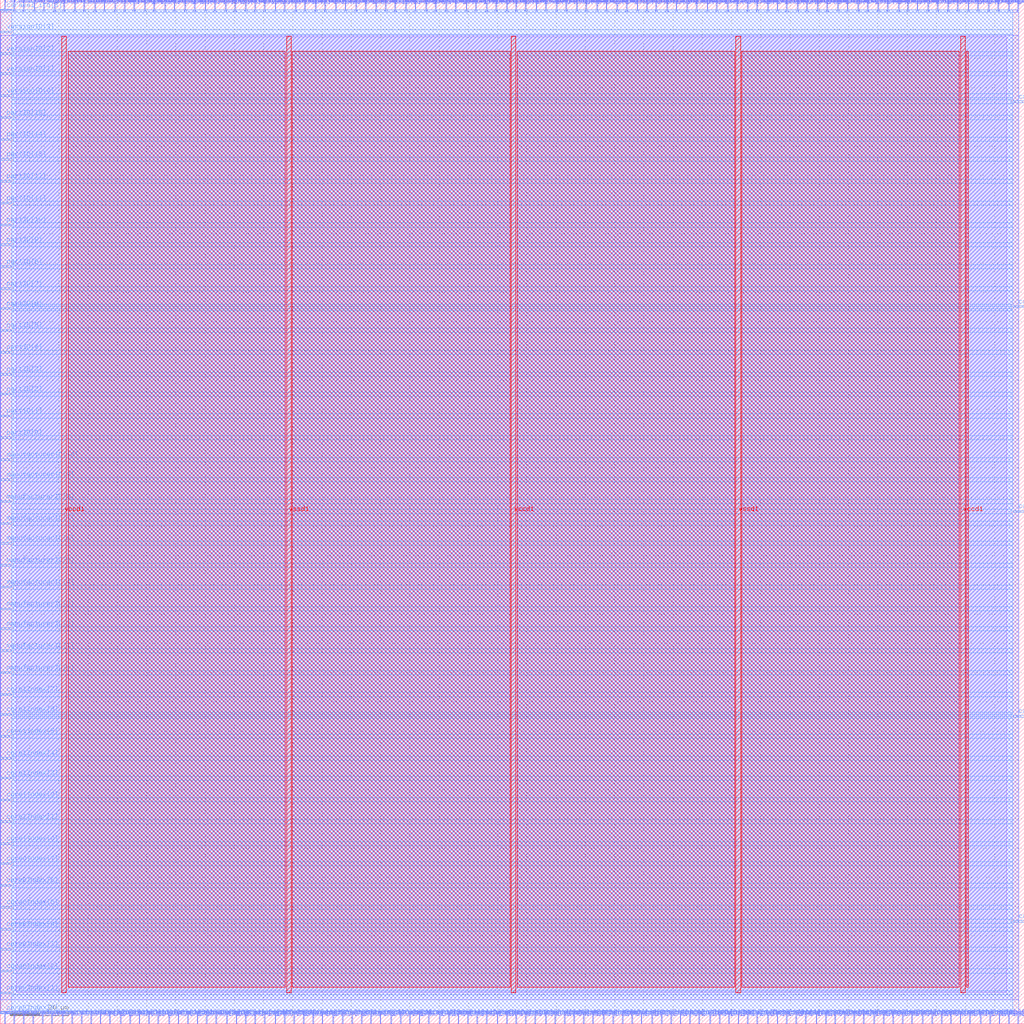
<source format=lef>
VERSION 5.7 ;
  NOWIREEXTENSIONATPIN ON ;
  DIVIDERCHAR "/" ;
  BUSBITCHARS "[]" ;
MACRO CaravelHost
  CLASS BLOCK ;
  FOREIGN CaravelHost ;
  ORIGIN 0.000 0.000 ;
  SIZE 350.000 BY 350.000 ;
  PIN caravel_irq[0]
    DIRECTION OUTPUT TRISTATE ;
    USE SIGNAL ;
    PORT
      LAYER met3 ;
        RECT 346.000 174.800 350.000 175.400 ;
    END
  END caravel_irq[0]
  PIN caravel_irq[1]
    DIRECTION OUTPUT TRISTATE ;
    USE SIGNAL ;
    PORT
      LAYER met3 ;
        RECT 346.000 244.840 350.000 245.440 ;
    END
  END caravel_irq[1]
  PIN caravel_irq[2]
    DIRECTION OUTPUT TRISTATE ;
    USE SIGNAL ;
    PORT
      LAYER met3 ;
        RECT 346.000 314.880 350.000 315.480 ;
    END
  END caravel_irq[2]
  PIN caravel_irq[3]
    DIRECTION OUTPUT TRISTATE ;
    USE SIGNAL ;
    PORT
      LAYER met3 ;
        RECT 0.000 346.160 4.000 346.760 ;
    END
  END caravel_irq[3]
  PIN caravel_uart_rx
    DIRECTION INPUT ;
    USE SIGNAL ;
    PORT
      LAYER met3 ;
        RECT 346.000 34.720 350.000 35.320 ;
    END
  END caravel_uart_rx
  PIN caravel_uart_tx
    DIRECTION OUTPUT TRISTATE ;
    USE SIGNAL ;
    PORT
      LAYER met3 ;
        RECT 346.000 104.760 350.000 105.360 ;
    END
  END caravel_uart_tx
  PIN caravel_wb_ack_i
    DIRECTION INPUT ;
    USE SIGNAL ;
    PORT
      LAYER met2 ;
        RECT 1.470 346.000 1.750 350.000 ;
    END
  END caravel_wb_ack_i
  PIN caravel_wb_adr_o[0]
    DIRECTION OUTPUT TRISTATE ;
    USE SIGNAL ;
    PORT
      LAYER met2 ;
        RECT 21.710 346.000 21.990 350.000 ;
    END
  END caravel_wb_adr_o[0]
  PIN caravel_wb_adr_o[10]
    DIRECTION OUTPUT TRISTATE ;
    USE SIGNAL ;
    PORT
      LAYER met2 ;
        RECT 138.550 346.000 138.830 350.000 ;
    END
  END caravel_wb_adr_o[10]
  PIN caravel_wb_adr_o[11]
    DIRECTION OUTPUT TRISTATE ;
    USE SIGNAL ;
    PORT
      LAYER met2 ;
        RECT 148.670 346.000 148.950 350.000 ;
    END
  END caravel_wb_adr_o[11]
  PIN caravel_wb_adr_o[12]
    DIRECTION OUTPUT TRISTATE ;
    USE SIGNAL ;
    PORT
      LAYER met2 ;
        RECT 159.250 346.000 159.530 350.000 ;
    END
  END caravel_wb_adr_o[12]
  PIN caravel_wb_adr_o[13]
    DIRECTION OUTPUT TRISTATE ;
    USE SIGNAL ;
    PORT
      LAYER met2 ;
        RECT 169.370 346.000 169.650 350.000 ;
    END
  END caravel_wb_adr_o[13]
  PIN caravel_wb_adr_o[14]
    DIRECTION OUTPUT TRISTATE ;
    USE SIGNAL ;
    PORT
      LAYER met2 ;
        RECT 179.490 346.000 179.770 350.000 ;
    END
  END caravel_wb_adr_o[14]
  PIN caravel_wb_adr_o[15]
    DIRECTION OUTPUT TRISTATE ;
    USE SIGNAL ;
    PORT
      LAYER met2 ;
        RECT 190.070 346.000 190.350 350.000 ;
    END
  END caravel_wb_adr_o[15]
  PIN caravel_wb_adr_o[16]
    DIRECTION OUTPUT TRISTATE ;
    USE SIGNAL ;
    PORT
      LAYER met2 ;
        RECT 200.190 346.000 200.470 350.000 ;
    END
  END caravel_wb_adr_o[16]
  PIN caravel_wb_adr_o[17]
    DIRECTION OUTPUT TRISTATE ;
    USE SIGNAL ;
    PORT
      LAYER met2 ;
        RECT 210.770 346.000 211.050 350.000 ;
    END
  END caravel_wb_adr_o[17]
  PIN caravel_wb_adr_o[18]
    DIRECTION OUTPUT TRISTATE ;
    USE SIGNAL ;
    PORT
      LAYER met2 ;
        RECT 220.890 346.000 221.170 350.000 ;
    END
  END caravel_wb_adr_o[18]
  PIN caravel_wb_adr_o[19]
    DIRECTION OUTPUT TRISTATE ;
    USE SIGNAL ;
    PORT
      LAYER met2 ;
        RECT 231.010 346.000 231.290 350.000 ;
    END
  END caravel_wb_adr_o[19]
  PIN caravel_wb_adr_o[1]
    DIRECTION OUTPUT TRISTATE ;
    USE SIGNAL ;
    PORT
      LAYER met2 ;
        RECT 35.510 346.000 35.790 350.000 ;
    END
  END caravel_wb_adr_o[1]
  PIN caravel_wb_adr_o[20]
    DIRECTION OUTPUT TRISTATE ;
    USE SIGNAL ;
    PORT
      LAYER met2 ;
        RECT 241.590 346.000 241.870 350.000 ;
    END
  END caravel_wb_adr_o[20]
  PIN caravel_wb_adr_o[21]
    DIRECTION OUTPUT TRISTATE ;
    USE SIGNAL ;
    PORT
      LAYER met2 ;
        RECT 251.710 346.000 251.990 350.000 ;
    END
  END caravel_wb_adr_o[21]
  PIN caravel_wb_adr_o[22]
    DIRECTION OUTPUT TRISTATE ;
    USE SIGNAL ;
    PORT
      LAYER met2 ;
        RECT 262.290 346.000 262.570 350.000 ;
    END
  END caravel_wb_adr_o[22]
  PIN caravel_wb_adr_o[23]
    DIRECTION OUTPUT TRISTATE ;
    USE SIGNAL ;
    PORT
      LAYER met2 ;
        RECT 272.410 346.000 272.690 350.000 ;
    END
  END caravel_wb_adr_o[23]
  PIN caravel_wb_adr_o[24]
    DIRECTION OUTPUT TRISTATE ;
    USE SIGNAL ;
    PORT
      LAYER met2 ;
        RECT 282.530 346.000 282.810 350.000 ;
    END
  END caravel_wb_adr_o[24]
  PIN caravel_wb_adr_o[25]
    DIRECTION OUTPUT TRISTATE ;
    USE SIGNAL ;
    PORT
      LAYER met2 ;
        RECT 293.110 346.000 293.390 350.000 ;
    END
  END caravel_wb_adr_o[25]
  PIN caravel_wb_adr_o[26]
    DIRECTION OUTPUT TRISTATE ;
    USE SIGNAL ;
    PORT
      LAYER met2 ;
        RECT 303.230 346.000 303.510 350.000 ;
    END
  END caravel_wb_adr_o[26]
  PIN caravel_wb_adr_o[27]
    DIRECTION OUTPUT TRISTATE ;
    USE SIGNAL ;
    PORT
      LAYER met2 ;
        RECT 313.350 346.000 313.630 350.000 ;
    END
  END caravel_wb_adr_o[27]
  PIN caravel_wb_adr_o[2]
    DIRECTION OUTPUT TRISTATE ;
    USE SIGNAL ;
    PORT
      LAYER met2 ;
        RECT 49.310 346.000 49.590 350.000 ;
    END
  END caravel_wb_adr_o[2]
  PIN caravel_wb_adr_o[3]
    DIRECTION OUTPUT TRISTATE ;
    USE SIGNAL ;
    PORT
      LAYER met2 ;
        RECT 63.110 346.000 63.390 350.000 ;
    END
  END caravel_wb_adr_o[3]
  PIN caravel_wb_adr_o[4]
    DIRECTION OUTPUT TRISTATE ;
    USE SIGNAL ;
    PORT
      LAYER met2 ;
        RECT 76.910 346.000 77.190 350.000 ;
    END
  END caravel_wb_adr_o[4]
  PIN caravel_wb_adr_o[5]
    DIRECTION OUTPUT TRISTATE ;
    USE SIGNAL ;
    PORT
      LAYER met2 ;
        RECT 87.030 346.000 87.310 350.000 ;
    END
  END caravel_wb_adr_o[5]
  PIN caravel_wb_adr_o[6]
    DIRECTION OUTPUT TRISTATE ;
    USE SIGNAL ;
    PORT
      LAYER met2 ;
        RECT 97.150 346.000 97.430 350.000 ;
    END
  END caravel_wb_adr_o[6]
  PIN caravel_wb_adr_o[7]
    DIRECTION OUTPUT TRISTATE ;
    USE SIGNAL ;
    PORT
      LAYER met2 ;
        RECT 107.730 346.000 108.010 350.000 ;
    END
  END caravel_wb_adr_o[7]
  PIN caravel_wb_adr_o[8]
    DIRECTION OUTPUT TRISTATE ;
    USE SIGNAL ;
    PORT
      LAYER met2 ;
        RECT 117.850 346.000 118.130 350.000 ;
    END
  END caravel_wb_adr_o[8]
  PIN caravel_wb_adr_o[9]
    DIRECTION OUTPUT TRISTATE ;
    USE SIGNAL ;
    PORT
      LAYER met2 ;
        RECT 128.430 346.000 128.710 350.000 ;
    END
  END caravel_wb_adr_o[9]
  PIN caravel_wb_cyc_o
    DIRECTION OUTPUT TRISTATE ;
    USE SIGNAL ;
    PORT
      LAYER met2 ;
        RECT 4.690 346.000 4.970 350.000 ;
    END
  END caravel_wb_cyc_o
  PIN caravel_wb_data_i[0]
    DIRECTION INPUT ;
    USE SIGNAL ;
    PORT
      LAYER met2 ;
        RECT 25.390 346.000 25.670 350.000 ;
    END
  END caravel_wb_data_i[0]
  PIN caravel_wb_data_i[10]
    DIRECTION INPUT ;
    USE SIGNAL ;
    PORT
      LAYER met2 ;
        RECT 141.770 346.000 142.050 350.000 ;
    END
  END caravel_wb_data_i[10]
  PIN caravel_wb_data_i[11]
    DIRECTION INPUT ;
    USE SIGNAL ;
    PORT
      LAYER met2 ;
        RECT 152.350 346.000 152.630 350.000 ;
    END
  END caravel_wb_data_i[11]
  PIN caravel_wb_data_i[12]
    DIRECTION INPUT ;
    USE SIGNAL ;
    PORT
      LAYER met2 ;
        RECT 162.470 346.000 162.750 350.000 ;
    END
  END caravel_wb_data_i[12]
  PIN caravel_wb_data_i[13]
    DIRECTION INPUT ;
    USE SIGNAL ;
    PORT
      LAYER met2 ;
        RECT 173.050 346.000 173.330 350.000 ;
    END
  END caravel_wb_data_i[13]
  PIN caravel_wb_data_i[14]
    DIRECTION INPUT ;
    USE SIGNAL ;
    PORT
      LAYER met2 ;
        RECT 183.170 346.000 183.450 350.000 ;
    END
  END caravel_wb_data_i[14]
  PIN caravel_wb_data_i[15]
    DIRECTION INPUT ;
    USE SIGNAL ;
    PORT
      LAYER met2 ;
        RECT 193.290 346.000 193.570 350.000 ;
    END
  END caravel_wb_data_i[15]
  PIN caravel_wb_data_i[16]
    DIRECTION INPUT ;
    USE SIGNAL ;
    PORT
      LAYER met2 ;
        RECT 203.870 346.000 204.150 350.000 ;
    END
  END caravel_wb_data_i[16]
  PIN caravel_wb_data_i[17]
    DIRECTION INPUT ;
    USE SIGNAL ;
    PORT
      LAYER met2 ;
        RECT 213.990 346.000 214.270 350.000 ;
    END
  END caravel_wb_data_i[17]
  PIN caravel_wb_data_i[18]
    DIRECTION INPUT ;
    USE SIGNAL ;
    PORT
      LAYER met2 ;
        RECT 224.110 346.000 224.390 350.000 ;
    END
  END caravel_wb_data_i[18]
  PIN caravel_wb_data_i[19]
    DIRECTION INPUT ;
    USE SIGNAL ;
    PORT
      LAYER met2 ;
        RECT 234.690 346.000 234.970 350.000 ;
    END
  END caravel_wb_data_i[19]
  PIN caravel_wb_data_i[1]
    DIRECTION INPUT ;
    USE SIGNAL ;
    PORT
      LAYER met2 ;
        RECT 39.190 346.000 39.470 350.000 ;
    END
  END caravel_wb_data_i[1]
  PIN caravel_wb_data_i[20]
    DIRECTION INPUT ;
    USE SIGNAL ;
    PORT
      LAYER met2 ;
        RECT 244.810 346.000 245.090 350.000 ;
    END
  END caravel_wb_data_i[20]
  PIN caravel_wb_data_i[21]
    DIRECTION INPUT ;
    USE SIGNAL ;
    PORT
      LAYER met2 ;
        RECT 255.390 346.000 255.670 350.000 ;
    END
  END caravel_wb_data_i[21]
  PIN caravel_wb_data_i[22]
    DIRECTION INPUT ;
    USE SIGNAL ;
    PORT
      LAYER met2 ;
        RECT 265.510 346.000 265.790 350.000 ;
    END
  END caravel_wb_data_i[22]
  PIN caravel_wb_data_i[23]
    DIRECTION INPUT ;
    USE SIGNAL ;
    PORT
      LAYER met2 ;
        RECT 275.630 346.000 275.910 350.000 ;
    END
  END caravel_wb_data_i[23]
  PIN caravel_wb_data_i[24]
    DIRECTION INPUT ;
    USE SIGNAL ;
    PORT
      LAYER met2 ;
        RECT 286.210 346.000 286.490 350.000 ;
    END
  END caravel_wb_data_i[24]
  PIN caravel_wb_data_i[25]
    DIRECTION INPUT ;
    USE SIGNAL ;
    PORT
      LAYER met2 ;
        RECT 296.330 346.000 296.610 350.000 ;
    END
  END caravel_wb_data_i[25]
  PIN caravel_wb_data_i[26]
    DIRECTION INPUT ;
    USE SIGNAL ;
    PORT
      LAYER met2 ;
        RECT 306.910 346.000 307.190 350.000 ;
    END
  END caravel_wb_data_i[26]
  PIN caravel_wb_data_i[27]
    DIRECTION INPUT ;
    USE SIGNAL ;
    PORT
      LAYER met2 ;
        RECT 317.030 346.000 317.310 350.000 ;
    END
  END caravel_wb_data_i[27]
  PIN caravel_wb_data_i[28]
    DIRECTION INPUT ;
    USE SIGNAL ;
    PORT
      LAYER met2 ;
        RECT 323.930 346.000 324.210 350.000 ;
    END
  END caravel_wb_data_i[28]
  PIN caravel_wb_data_i[29]
    DIRECTION INPUT ;
    USE SIGNAL ;
    PORT
      LAYER met2 ;
        RECT 330.830 346.000 331.110 350.000 ;
    END
  END caravel_wb_data_i[29]
  PIN caravel_wb_data_i[2]
    DIRECTION INPUT ;
    USE SIGNAL ;
    PORT
      LAYER met2 ;
        RECT 52.530 346.000 52.810 350.000 ;
    END
  END caravel_wb_data_i[2]
  PIN caravel_wb_data_i[30]
    DIRECTION INPUT ;
    USE SIGNAL ;
    PORT
      LAYER met2 ;
        RECT 337.730 346.000 338.010 350.000 ;
    END
  END caravel_wb_data_i[30]
  PIN caravel_wb_data_i[31]
    DIRECTION INPUT ;
    USE SIGNAL ;
    PORT
      LAYER met2 ;
        RECT 344.630 346.000 344.910 350.000 ;
    END
  END caravel_wb_data_i[31]
  PIN caravel_wb_data_i[3]
    DIRECTION INPUT ;
    USE SIGNAL ;
    PORT
      LAYER met2 ;
        RECT 66.330 346.000 66.610 350.000 ;
    END
  END caravel_wb_data_i[3]
  PIN caravel_wb_data_i[4]
    DIRECTION INPUT ;
    USE SIGNAL ;
    PORT
      LAYER met2 ;
        RECT 80.130 346.000 80.410 350.000 ;
    END
  END caravel_wb_data_i[4]
  PIN caravel_wb_data_i[5]
    DIRECTION INPUT ;
    USE SIGNAL ;
    PORT
      LAYER met2 ;
        RECT 90.250 346.000 90.530 350.000 ;
    END
  END caravel_wb_data_i[5]
  PIN caravel_wb_data_i[6]
    DIRECTION INPUT ;
    USE SIGNAL ;
    PORT
      LAYER met2 ;
        RECT 100.830 346.000 101.110 350.000 ;
    END
  END caravel_wb_data_i[6]
  PIN caravel_wb_data_i[7]
    DIRECTION INPUT ;
    USE SIGNAL ;
    PORT
      LAYER met2 ;
        RECT 110.950 346.000 111.230 350.000 ;
    END
  END caravel_wb_data_i[7]
  PIN caravel_wb_data_i[8]
    DIRECTION INPUT ;
    USE SIGNAL ;
    PORT
      LAYER met2 ;
        RECT 121.530 346.000 121.810 350.000 ;
    END
  END caravel_wb_data_i[8]
  PIN caravel_wb_data_i[9]
    DIRECTION INPUT ;
    USE SIGNAL ;
    PORT
      LAYER met2 ;
        RECT 131.650 346.000 131.930 350.000 ;
    END
  END caravel_wb_data_i[9]
  PIN caravel_wb_data_o[0]
    DIRECTION OUTPUT TRISTATE ;
    USE SIGNAL ;
    PORT
      LAYER met2 ;
        RECT 28.610 346.000 28.890 350.000 ;
    END
  END caravel_wb_data_o[0]
  PIN caravel_wb_data_o[10]
    DIRECTION OUTPUT TRISTATE ;
    USE SIGNAL ;
    PORT
      LAYER met2 ;
        RECT 145.450 346.000 145.730 350.000 ;
    END
  END caravel_wb_data_o[10]
  PIN caravel_wb_data_o[11]
    DIRECTION OUTPUT TRISTATE ;
    USE SIGNAL ;
    PORT
      LAYER met2 ;
        RECT 155.570 346.000 155.850 350.000 ;
    END
  END caravel_wb_data_o[11]
  PIN caravel_wb_data_o[12]
    DIRECTION OUTPUT TRISTATE ;
    USE SIGNAL ;
    PORT
      LAYER met2 ;
        RECT 166.150 346.000 166.430 350.000 ;
    END
  END caravel_wb_data_o[12]
  PIN caravel_wb_data_o[13]
    DIRECTION OUTPUT TRISTATE ;
    USE SIGNAL ;
    PORT
      LAYER met2 ;
        RECT 176.270 346.000 176.550 350.000 ;
    END
  END caravel_wb_data_o[13]
  PIN caravel_wb_data_o[14]
    DIRECTION OUTPUT TRISTATE ;
    USE SIGNAL ;
    PORT
      LAYER met2 ;
        RECT 186.390 346.000 186.670 350.000 ;
    END
  END caravel_wb_data_o[14]
  PIN caravel_wb_data_o[15]
    DIRECTION OUTPUT TRISTATE ;
    USE SIGNAL ;
    PORT
      LAYER met2 ;
        RECT 196.970 346.000 197.250 350.000 ;
    END
  END caravel_wb_data_o[15]
  PIN caravel_wb_data_o[16]
    DIRECTION OUTPUT TRISTATE ;
    USE SIGNAL ;
    PORT
      LAYER met2 ;
        RECT 207.090 346.000 207.370 350.000 ;
    END
  END caravel_wb_data_o[16]
  PIN caravel_wb_data_o[17]
    DIRECTION OUTPUT TRISTATE ;
    USE SIGNAL ;
    PORT
      LAYER met2 ;
        RECT 217.670 346.000 217.950 350.000 ;
    END
  END caravel_wb_data_o[17]
  PIN caravel_wb_data_o[18]
    DIRECTION OUTPUT TRISTATE ;
    USE SIGNAL ;
    PORT
      LAYER met2 ;
        RECT 227.790 346.000 228.070 350.000 ;
    END
  END caravel_wb_data_o[18]
  PIN caravel_wb_data_o[19]
    DIRECTION OUTPUT TRISTATE ;
    USE SIGNAL ;
    PORT
      LAYER met2 ;
        RECT 237.910 346.000 238.190 350.000 ;
    END
  END caravel_wb_data_o[19]
  PIN caravel_wb_data_o[1]
    DIRECTION OUTPUT TRISTATE ;
    USE SIGNAL ;
    PORT
      LAYER met2 ;
        RECT 42.410 346.000 42.690 350.000 ;
    END
  END caravel_wb_data_o[1]
  PIN caravel_wb_data_o[20]
    DIRECTION OUTPUT TRISTATE ;
    USE SIGNAL ;
    PORT
      LAYER met2 ;
        RECT 248.490 346.000 248.770 350.000 ;
    END
  END caravel_wb_data_o[20]
  PIN caravel_wb_data_o[21]
    DIRECTION OUTPUT TRISTATE ;
    USE SIGNAL ;
    PORT
      LAYER met2 ;
        RECT 258.610 346.000 258.890 350.000 ;
    END
  END caravel_wb_data_o[21]
  PIN caravel_wb_data_o[22]
    DIRECTION OUTPUT TRISTATE ;
    USE SIGNAL ;
    PORT
      LAYER met2 ;
        RECT 268.730 346.000 269.010 350.000 ;
    END
  END caravel_wb_data_o[22]
  PIN caravel_wb_data_o[23]
    DIRECTION OUTPUT TRISTATE ;
    USE SIGNAL ;
    PORT
      LAYER met2 ;
        RECT 279.310 346.000 279.590 350.000 ;
    END
  END caravel_wb_data_o[23]
  PIN caravel_wb_data_o[24]
    DIRECTION OUTPUT TRISTATE ;
    USE SIGNAL ;
    PORT
      LAYER met2 ;
        RECT 289.430 346.000 289.710 350.000 ;
    END
  END caravel_wb_data_o[24]
  PIN caravel_wb_data_o[25]
    DIRECTION OUTPUT TRISTATE ;
    USE SIGNAL ;
    PORT
      LAYER met2 ;
        RECT 300.010 346.000 300.290 350.000 ;
    END
  END caravel_wb_data_o[25]
  PIN caravel_wb_data_o[26]
    DIRECTION OUTPUT TRISTATE ;
    USE SIGNAL ;
    PORT
      LAYER met2 ;
        RECT 310.130 346.000 310.410 350.000 ;
    END
  END caravel_wb_data_o[26]
  PIN caravel_wb_data_o[27]
    DIRECTION OUTPUT TRISTATE ;
    USE SIGNAL ;
    PORT
      LAYER met2 ;
        RECT 320.250 346.000 320.530 350.000 ;
    END
  END caravel_wb_data_o[27]
  PIN caravel_wb_data_o[28]
    DIRECTION OUTPUT TRISTATE ;
    USE SIGNAL ;
    PORT
      LAYER met2 ;
        RECT 327.150 346.000 327.430 350.000 ;
    END
  END caravel_wb_data_o[28]
  PIN caravel_wb_data_o[29]
    DIRECTION OUTPUT TRISTATE ;
    USE SIGNAL ;
    PORT
      LAYER met2 ;
        RECT 334.050 346.000 334.330 350.000 ;
    END
  END caravel_wb_data_o[29]
  PIN caravel_wb_data_o[2]
    DIRECTION OUTPUT TRISTATE ;
    USE SIGNAL ;
    PORT
      LAYER met2 ;
        RECT 56.210 346.000 56.490 350.000 ;
    END
  END caravel_wb_data_o[2]
  PIN caravel_wb_data_o[30]
    DIRECTION OUTPUT TRISTATE ;
    USE SIGNAL ;
    PORT
      LAYER met2 ;
        RECT 340.950 346.000 341.230 350.000 ;
    END
  END caravel_wb_data_o[30]
  PIN caravel_wb_data_o[31]
    DIRECTION OUTPUT TRISTATE ;
    USE SIGNAL ;
    PORT
      LAYER met2 ;
        RECT 347.850 346.000 348.130 350.000 ;
    END
  END caravel_wb_data_o[31]
  PIN caravel_wb_data_o[3]
    DIRECTION OUTPUT TRISTATE ;
    USE SIGNAL ;
    PORT
      LAYER met2 ;
        RECT 70.010 346.000 70.290 350.000 ;
    END
  END caravel_wb_data_o[3]
  PIN caravel_wb_data_o[4]
    DIRECTION OUTPUT TRISTATE ;
    USE SIGNAL ;
    PORT
      LAYER met2 ;
        RECT 83.810 346.000 84.090 350.000 ;
    END
  END caravel_wb_data_o[4]
  PIN caravel_wb_data_o[5]
    DIRECTION OUTPUT TRISTATE ;
    USE SIGNAL ;
    PORT
      LAYER met2 ;
        RECT 93.930 346.000 94.210 350.000 ;
    END
  END caravel_wb_data_o[5]
  PIN caravel_wb_data_o[6]
    DIRECTION OUTPUT TRISTATE ;
    USE SIGNAL ;
    PORT
      LAYER met2 ;
        RECT 104.050 346.000 104.330 350.000 ;
    END
  END caravel_wb_data_o[6]
  PIN caravel_wb_data_o[7]
    DIRECTION OUTPUT TRISTATE ;
    USE SIGNAL ;
    PORT
      LAYER met2 ;
        RECT 114.630 346.000 114.910 350.000 ;
    END
  END caravel_wb_data_o[7]
  PIN caravel_wb_data_o[8]
    DIRECTION OUTPUT TRISTATE ;
    USE SIGNAL ;
    PORT
      LAYER met2 ;
        RECT 124.750 346.000 125.030 350.000 ;
    END
  END caravel_wb_data_o[8]
  PIN caravel_wb_data_o[9]
    DIRECTION OUTPUT TRISTATE ;
    USE SIGNAL ;
    PORT
      LAYER met2 ;
        RECT 134.870 346.000 135.150 350.000 ;
    END
  END caravel_wb_data_o[9]
  PIN caravel_wb_error_i
    DIRECTION INPUT ;
    USE SIGNAL ;
    PORT
      LAYER met2 ;
        RECT 7.910 346.000 8.190 350.000 ;
    END
  END caravel_wb_error_i
  PIN caravel_wb_sel_o[0]
    DIRECTION OUTPUT TRISTATE ;
    USE SIGNAL ;
    PORT
      LAYER met2 ;
        RECT 32.290 346.000 32.570 350.000 ;
    END
  END caravel_wb_sel_o[0]
  PIN caravel_wb_sel_o[1]
    DIRECTION OUTPUT TRISTATE ;
    USE SIGNAL ;
    PORT
      LAYER met2 ;
        RECT 45.630 346.000 45.910 350.000 ;
    END
  END caravel_wb_sel_o[1]
  PIN caravel_wb_sel_o[2]
    DIRECTION OUTPUT TRISTATE ;
    USE SIGNAL ;
    PORT
      LAYER met2 ;
        RECT 59.430 346.000 59.710 350.000 ;
    END
  END caravel_wb_sel_o[2]
  PIN caravel_wb_sel_o[3]
    DIRECTION OUTPUT TRISTATE ;
    USE SIGNAL ;
    PORT
      LAYER met2 ;
        RECT 73.230 346.000 73.510 350.000 ;
    END
  END caravel_wb_sel_o[3]
  PIN caravel_wb_stall_i
    DIRECTION INPUT ;
    USE SIGNAL ;
    PORT
      LAYER met2 ;
        RECT 11.590 346.000 11.870 350.000 ;
    END
  END caravel_wb_stall_i
  PIN caravel_wb_stb_o
    DIRECTION OUTPUT TRISTATE ;
    USE SIGNAL ;
    PORT
      LAYER met2 ;
        RECT 14.810 346.000 15.090 350.000 ;
    END
  END caravel_wb_stb_o
  PIN caravel_wb_we_o
    DIRECTION OUTPUT TRISTATE ;
    USE SIGNAL ;
    PORT
      LAYER met2 ;
        RECT 18.490 346.000 18.770 350.000 ;
    END
  END caravel_wb_we_o
  PIN core0Index[0]
    DIRECTION OUTPUT TRISTATE ;
    USE SIGNAL ;
    PORT
      LAYER met3 ;
        RECT 0.000 3.440 4.000 4.040 ;
    END
  END core0Index[0]
  PIN core0Index[1]
    DIRECTION OUTPUT TRISTATE ;
    USE SIGNAL ;
    PORT
      LAYER met3 ;
        RECT 0.000 10.240 4.000 10.840 ;
    END
  END core0Index[1]
  PIN core0Index[2]
    DIRECTION OUTPUT TRISTATE ;
    USE SIGNAL ;
    PORT
      LAYER met3 ;
        RECT 0.000 17.720 4.000 18.320 ;
    END
  END core0Index[2]
  PIN core0Index[3]
    DIRECTION OUTPUT TRISTATE ;
    USE SIGNAL ;
    PORT
      LAYER met3 ;
        RECT 0.000 25.200 4.000 25.800 ;
    END
  END core0Index[3]
  PIN core0Index[4]
    DIRECTION OUTPUT TRISTATE ;
    USE SIGNAL ;
    PORT
      LAYER met3 ;
        RECT 0.000 32.000 4.000 32.600 ;
    END
  END core0Index[4]
  PIN core0Index[5]
    DIRECTION OUTPUT TRISTATE ;
    USE SIGNAL ;
    PORT
      LAYER met3 ;
        RECT 0.000 39.480 4.000 40.080 ;
    END
  END core0Index[5]
  PIN core0Index[6]
    DIRECTION OUTPUT TRISTATE ;
    USE SIGNAL ;
    PORT
      LAYER met3 ;
        RECT 0.000 46.960 4.000 47.560 ;
    END
  END core0Index[6]
  PIN core0Index[7]
    DIRECTION OUTPUT TRISTATE ;
    USE SIGNAL ;
    PORT
      LAYER met3 ;
        RECT 0.000 54.440 4.000 55.040 ;
    END
  END core0Index[7]
  PIN core1Index[0]
    DIRECTION OUTPUT TRISTATE ;
    USE SIGNAL ;
    PORT
      LAYER met3 ;
        RECT 0.000 61.240 4.000 61.840 ;
    END
  END core1Index[0]
  PIN core1Index[1]
    DIRECTION OUTPUT TRISTATE ;
    USE SIGNAL ;
    PORT
      LAYER met3 ;
        RECT 0.000 68.720 4.000 69.320 ;
    END
  END core1Index[1]
  PIN core1Index[2]
    DIRECTION OUTPUT TRISTATE ;
    USE SIGNAL ;
    PORT
      LAYER met3 ;
        RECT 0.000 76.200 4.000 76.800 ;
    END
  END core1Index[2]
  PIN core1Index[3]
    DIRECTION OUTPUT TRISTATE ;
    USE SIGNAL ;
    PORT
      LAYER met3 ;
        RECT 0.000 83.680 4.000 84.280 ;
    END
  END core1Index[3]
  PIN core1Index[4]
    DIRECTION OUTPUT TRISTATE ;
    USE SIGNAL ;
    PORT
      LAYER met3 ;
        RECT 0.000 90.480 4.000 91.080 ;
    END
  END core1Index[4]
  PIN core1Index[5]
    DIRECTION OUTPUT TRISTATE ;
    USE SIGNAL ;
    PORT
      LAYER met3 ;
        RECT 0.000 97.960 4.000 98.560 ;
    END
  END core1Index[5]
  PIN core1Index[6]
    DIRECTION OUTPUT TRISTATE ;
    USE SIGNAL ;
    PORT
      LAYER met3 ;
        RECT 0.000 105.440 4.000 106.040 ;
    END
  END core1Index[6]
  PIN core1Index[7]
    DIRECTION OUTPUT TRISTATE ;
    USE SIGNAL ;
    PORT
      LAYER met3 ;
        RECT 0.000 112.240 4.000 112.840 ;
    END
  END core1Index[7]
  PIN manufacturerID[0]
    DIRECTION OUTPUT TRISTATE ;
    USE SIGNAL ;
    PORT
      LAYER met3 ;
        RECT 0.000 119.720 4.000 120.320 ;
    END
  END manufacturerID[0]
  PIN manufacturerID[10]
    DIRECTION OUTPUT TRISTATE ;
    USE SIGNAL ;
    PORT
      LAYER met3 ;
        RECT 0.000 192.480 4.000 193.080 ;
    END
  END manufacturerID[10]
  PIN manufacturerID[1]
    DIRECTION OUTPUT TRISTATE ;
    USE SIGNAL ;
    PORT
      LAYER met3 ;
        RECT 0.000 127.200 4.000 127.800 ;
    END
  END manufacturerID[1]
  PIN manufacturerID[2]
    DIRECTION OUTPUT TRISTATE ;
    USE SIGNAL ;
    PORT
      LAYER met3 ;
        RECT 0.000 134.680 4.000 135.280 ;
    END
  END manufacturerID[2]
  PIN manufacturerID[3]
    DIRECTION OUTPUT TRISTATE ;
    USE SIGNAL ;
    PORT
      LAYER met3 ;
        RECT 0.000 141.480 4.000 142.080 ;
    END
  END manufacturerID[3]
  PIN manufacturerID[4]
    DIRECTION OUTPUT TRISTATE ;
    USE SIGNAL ;
    PORT
      LAYER met3 ;
        RECT 0.000 148.960 4.000 149.560 ;
    END
  END manufacturerID[4]
  PIN manufacturerID[5]
    DIRECTION OUTPUT TRISTATE ;
    USE SIGNAL ;
    PORT
      LAYER met3 ;
        RECT 0.000 156.440 4.000 157.040 ;
    END
  END manufacturerID[5]
  PIN manufacturerID[6]
    DIRECTION OUTPUT TRISTATE ;
    USE SIGNAL ;
    PORT
      LAYER met3 ;
        RECT 0.000 163.920 4.000 164.520 ;
    END
  END manufacturerID[6]
  PIN manufacturerID[7]
    DIRECTION OUTPUT TRISTATE ;
    USE SIGNAL ;
    PORT
      LAYER met3 ;
        RECT 0.000 170.720 4.000 171.320 ;
    END
  END manufacturerID[7]
  PIN manufacturerID[8]
    DIRECTION OUTPUT TRISTATE ;
    USE SIGNAL ;
    PORT
      LAYER met3 ;
        RECT 0.000 178.200 4.000 178.800 ;
    END
  END manufacturerID[8]
  PIN manufacturerID[9]
    DIRECTION OUTPUT TRISTATE ;
    USE SIGNAL ;
    PORT
      LAYER met3 ;
        RECT 0.000 185.680 4.000 186.280 ;
    END
  END manufacturerID[9]
  PIN partID[0]
    DIRECTION OUTPUT TRISTATE ;
    USE SIGNAL ;
    PORT
      LAYER met3 ;
        RECT 0.000 199.960 4.000 200.560 ;
    END
  END partID[0]
  PIN partID[10]
    DIRECTION OUTPUT TRISTATE ;
    USE SIGNAL ;
    PORT
      LAYER met3 ;
        RECT 0.000 272.720 4.000 273.320 ;
    END
  END partID[10]
  PIN partID[11]
    DIRECTION OUTPUT TRISTATE ;
    USE SIGNAL ;
    PORT
      LAYER met3 ;
        RECT 0.000 280.200 4.000 280.800 ;
    END
  END partID[11]
  PIN partID[12]
    DIRECTION OUTPUT TRISTATE ;
    USE SIGNAL ;
    PORT
      LAYER met3 ;
        RECT 0.000 287.680 4.000 288.280 ;
    END
  END partID[12]
  PIN partID[13]
    DIRECTION OUTPUT TRISTATE ;
    USE SIGNAL ;
    PORT
      LAYER met3 ;
        RECT 0.000 295.160 4.000 295.760 ;
    END
  END partID[13]
  PIN partID[14]
    DIRECTION OUTPUT TRISTATE ;
    USE SIGNAL ;
    PORT
      LAYER met3 ;
        RECT 0.000 301.960 4.000 302.560 ;
    END
  END partID[14]
  PIN partID[15]
    DIRECTION OUTPUT TRISTATE ;
    USE SIGNAL ;
    PORT
      LAYER met3 ;
        RECT 0.000 309.440 4.000 310.040 ;
    END
  END partID[15]
  PIN partID[1]
    DIRECTION OUTPUT TRISTATE ;
    USE SIGNAL ;
    PORT
      LAYER met3 ;
        RECT 0.000 207.440 4.000 208.040 ;
    END
  END partID[1]
  PIN partID[2]
    DIRECTION OUTPUT TRISTATE ;
    USE SIGNAL ;
    PORT
      LAYER met3 ;
        RECT 0.000 214.920 4.000 215.520 ;
    END
  END partID[2]
  PIN partID[3]
    DIRECTION OUTPUT TRISTATE ;
    USE SIGNAL ;
    PORT
      LAYER met3 ;
        RECT 0.000 221.720 4.000 222.320 ;
    END
  END partID[3]
  PIN partID[4]
    DIRECTION OUTPUT TRISTATE ;
    USE SIGNAL ;
    PORT
      LAYER met3 ;
        RECT 0.000 229.200 4.000 229.800 ;
    END
  END partID[4]
  PIN partID[5]
    DIRECTION OUTPUT TRISTATE ;
    USE SIGNAL ;
    PORT
      LAYER met3 ;
        RECT 0.000 236.680 4.000 237.280 ;
    END
  END partID[5]
  PIN partID[6]
    DIRECTION OUTPUT TRISTATE ;
    USE SIGNAL ;
    PORT
      LAYER met3 ;
        RECT 0.000 244.160 4.000 244.760 ;
    END
  END partID[6]
  PIN partID[7]
    DIRECTION OUTPUT TRISTATE ;
    USE SIGNAL ;
    PORT
      LAYER met3 ;
        RECT 0.000 250.960 4.000 251.560 ;
    END
  END partID[7]
  PIN partID[8]
    DIRECTION OUTPUT TRISTATE ;
    USE SIGNAL ;
    PORT
      LAYER met3 ;
        RECT 0.000 258.440 4.000 259.040 ;
    END
  END partID[8]
  PIN partID[9]
    DIRECTION OUTPUT TRISTATE ;
    USE SIGNAL ;
    PORT
      LAYER met3 ;
        RECT 0.000 265.920 4.000 266.520 ;
    END
  END partID[9]
  PIN vccd1
    DIRECTION INPUT ;
    USE POWER ;
    PORT
      LAYER met4 ;
        RECT 21.040 10.640 22.640 337.520 ;
    END
    PORT
      LAYER met4 ;
        RECT 174.640 10.640 176.240 337.520 ;
    END
    PORT
      LAYER met4 ;
        RECT 328.240 10.640 329.840 337.520 ;
    END
  END vccd1
  PIN versionID[0]
    DIRECTION OUTPUT TRISTATE ;
    USE SIGNAL ;
    PORT
      LAYER met3 ;
        RECT 0.000 316.920 4.000 317.520 ;
    END
  END versionID[0]
  PIN versionID[1]
    DIRECTION OUTPUT TRISTATE ;
    USE SIGNAL ;
    PORT
      LAYER met3 ;
        RECT 0.000 324.400 4.000 325.000 ;
    END
  END versionID[1]
  PIN versionID[2]
    DIRECTION OUTPUT TRISTATE ;
    USE SIGNAL ;
    PORT
      LAYER met3 ;
        RECT 0.000 331.200 4.000 331.800 ;
    END
  END versionID[2]
  PIN versionID[3]
    DIRECTION OUTPUT TRISTATE ;
    USE SIGNAL ;
    PORT
      LAYER met3 ;
        RECT 0.000 338.680 4.000 339.280 ;
    END
  END versionID[3]
  PIN vssd1
    DIRECTION INPUT ;
    USE GROUND ;
    PORT
      LAYER met4 ;
        RECT 97.840 10.640 99.440 337.520 ;
    END
    PORT
      LAYER met4 ;
        RECT 251.440 10.640 253.040 337.520 ;
    END
  END vssd1
  PIN wb_clk_i
    DIRECTION INPUT ;
    USE SIGNAL ;
    PORT
      LAYER met2 ;
        RECT 1.470 0.000 1.750 4.000 ;
    END
  END wb_clk_i
  PIN wb_rst_i
    DIRECTION INPUT ;
    USE SIGNAL ;
    PORT
      LAYER met2 ;
        RECT 4.690 0.000 4.970 4.000 ;
    END
  END wb_rst_i
  PIN wbs_ack_o
    DIRECTION OUTPUT TRISTATE ;
    USE SIGNAL ;
    PORT
      LAYER met2 ;
        RECT 7.910 0.000 8.190 4.000 ;
    END
  END wbs_ack_o
  PIN wbs_adr_i[0]
    DIRECTION INPUT ;
    USE SIGNAL ;
    PORT
      LAYER met2 ;
        RECT 21.250 0.000 21.530 4.000 ;
    END
  END wbs_adr_i[0]
  PIN wbs_adr_i[10]
    DIRECTION INPUT ;
    USE SIGNAL ;
    PORT
      LAYER met2 ;
        RECT 133.490 0.000 133.770 4.000 ;
    END
  END wbs_adr_i[10]
  PIN wbs_adr_i[11]
    DIRECTION INPUT ;
    USE SIGNAL ;
    PORT
      LAYER met2 ;
        RECT 143.150 0.000 143.430 4.000 ;
    END
  END wbs_adr_i[11]
  PIN wbs_adr_i[12]
    DIRECTION INPUT ;
    USE SIGNAL ;
    PORT
      LAYER met2 ;
        RECT 153.270 0.000 153.550 4.000 ;
    END
  END wbs_adr_i[12]
  PIN wbs_adr_i[13]
    DIRECTION INPUT ;
    USE SIGNAL ;
    PORT
      LAYER met2 ;
        RECT 162.930 0.000 163.210 4.000 ;
    END
  END wbs_adr_i[13]
  PIN wbs_adr_i[14]
    DIRECTION INPUT ;
    USE SIGNAL ;
    PORT
      LAYER met2 ;
        RECT 173.050 0.000 173.330 4.000 ;
    END
  END wbs_adr_i[14]
  PIN wbs_adr_i[15]
    DIRECTION INPUT ;
    USE SIGNAL ;
    PORT
      LAYER met2 ;
        RECT 182.710 0.000 182.990 4.000 ;
    END
  END wbs_adr_i[15]
  PIN wbs_adr_i[16]
    DIRECTION INPUT ;
    USE SIGNAL ;
    PORT
      LAYER met2 ;
        RECT 192.830 0.000 193.110 4.000 ;
    END
  END wbs_adr_i[16]
  PIN wbs_adr_i[17]
    DIRECTION INPUT ;
    USE SIGNAL ;
    PORT
      LAYER met2 ;
        RECT 202.490 0.000 202.770 4.000 ;
    END
  END wbs_adr_i[17]
  PIN wbs_adr_i[18]
    DIRECTION INPUT ;
    USE SIGNAL ;
    PORT
      LAYER met2 ;
        RECT 212.610 0.000 212.890 4.000 ;
    END
  END wbs_adr_i[18]
  PIN wbs_adr_i[19]
    DIRECTION INPUT ;
    USE SIGNAL ;
    PORT
      LAYER met2 ;
        RECT 222.730 0.000 223.010 4.000 ;
    END
  END wbs_adr_i[19]
  PIN wbs_adr_i[1]
    DIRECTION INPUT ;
    USE SIGNAL ;
    PORT
      LAYER met2 ;
        RECT 34.130 0.000 34.410 4.000 ;
    END
  END wbs_adr_i[1]
  PIN wbs_adr_i[20]
    DIRECTION INPUT ;
    USE SIGNAL ;
    PORT
      LAYER met2 ;
        RECT 232.390 0.000 232.670 4.000 ;
    END
  END wbs_adr_i[20]
  PIN wbs_adr_i[21]
    DIRECTION INPUT ;
    USE SIGNAL ;
    PORT
      LAYER met2 ;
        RECT 242.510 0.000 242.790 4.000 ;
    END
  END wbs_adr_i[21]
  PIN wbs_adr_i[22]
    DIRECTION INPUT ;
    USE SIGNAL ;
    PORT
      LAYER met2 ;
        RECT 252.170 0.000 252.450 4.000 ;
    END
  END wbs_adr_i[22]
  PIN wbs_adr_i[23]
    DIRECTION INPUT ;
    USE SIGNAL ;
    PORT
      LAYER met2 ;
        RECT 262.290 0.000 262.570 4.000 ;
    END
  END wbs_adr_i[23]
  PIN wbs_adr_i[24]
    DIRECTION INPUT ;
    USE SIGNAL ;
    PORT
      LAYER met2 ;
        RECT 271.950 0.000 272.230 4.000 ;
    END
  END wbs_adr_i[24]
  PIN wbs_adr_i[25]
    DIRECTION INPUT ;
    USE SIGNAL ;
    PORT
      LAYER met2 ;
        RECT 282.070 0.000 282.350 4.000 ;
    END
  END wbs_adr_i[25]
  PIN wbs_adr_i[26]
    DIRECTION INPUT ;
    USE SIGNAL ;
    PORT
      LAYER met2 ;
        RECT 291.730 0.000 292.010 4.000 ;
    END
  END wbs_adr_i[26]
  PIN wbs_adr_i[27]
    DIRECTION INPUT ;
    USE SIGNAL ;
    PORT
      LAYER met2 ;
        RECT 301.850 0.000 302.130 4.000 ;
    END
  END wbs_adr_i[27]
  PIN wbs_adr_i[28]
    DIRECTION INPUT ;
    USE SIGNAL ;
    PORT
      LAYER met2 ;
        RECT 311.510 0.000 311.790 4.000 ;
    END
  END wbs_adr_i[28]
  PIN wbs_adr_i[29]
    DIRECTION INPUT ;
    USE SIGNAL ;
    PORT
      LAYER met2 ;
        RECT 321.630 0.000 321.910 4.000 ;
    END
  END wbs_adr_i[29]
  PIN wbs_adr_i[2]
    DIRECTION INPUT ;
    USE SIGNAL ;
    PORT
      LAYER met2 ;
        RECT 47.470 0.000 47.750 4.000 ;
    END
  END wbs_adr_i[2]
  PIN wbs_adr_i[30]
    DIRECTION INPUT ;
    USE SIGNAL ;
    PORT
      LAYER met2 ;
        RECT 331.290 0.000 331.570 4.000 ;
    END
  END wbs_adr_i[30]
  PIN wbs_adr_i[31]
    DIRECTION INPUT ;
    USE SIGNAL ;
    PORT
      LAYER met2 ;
        RECT 341.410 0.000 341.690 4.000 ;
    END
  END wbs_adr_i[31]
  PIN wbs_adr_i[3]
    DIRECTION INPUT ;
    USE SIGNAL ;
    PORT
      LAYER met2 ;
        RECT 60.810 0.000 61.090 4.000 ;
    END
  END wbs_adr_i[3]
  PIN wbs_adr_i[4]
    DIRECTION INPUT ;
    USE SIGNAL ;
    PORT
      LAYER met2 ;
        RECT 73.690 0.000 73.970 4.000 ;
    END
  END wbs_adr_i[4]
  PIN wbs_adr_i[5]
    DIRECTION INPUT ;
    USE SIGNAL ;
    PORT
      LAYER met2 ;
        RECT 83.810 0.000 84.090 4.000 ;
    END
  END wbs_adr_i[5]
  PIN wbs_adr_i[6]
    DIRECTION INPUT ;
    USE SIGNAL ;
    PORT
      LAYER met2 ;
        RECT 93.930 0.000 94.210 4.000 ;
    END
  END wbs_adr_i[6]
  PIN wbs_adr_i[7]
    DIRECTION INPUT ;
    USE SIGNAL ;
    PORT
      LAYER met2 ;
        RECT 103.590 0.000 103.870 4.000 ;
    END
  END wbs_adr_i[7]
  PIN wbs_adr_i[8]
    DIRECTION INPUT ;
    USE SIGNAL ;
    PORT
      LAYER met2 ;
        RECT 113.710 0.000 113.990 4.000 ;
    END
  END wbs_adr_i[8]
  PIN wbs_adr_i[9]
    DIRECTION INPUT ;
    USE SIGNAL ;
    PORT
      LAYER met2 ;
        RECT 123.370 0.000 123.650 4.000 ;
    END
  END wbs_adr_i[9]
  PIN wbs_cyc_i
    DIRECTION INPUT ;
    USE SIGNAL ;
    PORT
      LAYER met2 ;
        RECT 11.130 0.000 11.410 4.000 ;
    END
  END wbs_cyc_i
  PIN wbs_data_i[0]
    DIRECTION INPUT ;
    USE SIGNAL ;
    PORT
      LAYER met2 ;
        RECT 24.470 0.000 24.750 4.000 ;
    END
  END wbs_data_i[0]
  PIN wbs_data_i[10]
    DIRECTION INPUT ;
    USE SIGNAL ;
    PORT
      LAYER met2 ;
        RECT 136.710 0.000 136.990 4.000 ;
    END
  END wbs_data_i[10]
  PIN wbs_data_i[11]
    DIRECTION INPUT ;
    USE SIGNAL ;
    PORT
      LAYER met2 ;
        RECT 146.370 0.000 146.650 4.000 ;
    END
  END wbs_data_i[11]
  PIN wbs_data_i[12]
    DIRECTION INPUT ;
    USE SIGNAL ;
    PORT
      LAYER met2 ;
        RECT 156.490 0.000 156.770 4.000 ;
    END
  END wbs_data_i[12]
  PIN wbs_data_i[13]
    DIRECTION INPUT ;
    USE SIGNAL ;
    PORT
      LAYER met2 ;
        RECT 166.150 0.000 166.430 4.000 ;
    END
  END wbs_data_i[13]
  PIN wbs_data_i[14]
    DIRECTION INPUT ;
    USE SIGNAL ;
    PORT
      LAYER met2 ;
        RECT 176.270 0.000 176.550 4.000 ;
    END
  END wbs_data_i[14]
  PIN wbs_data_i[15]
    DIRECTION INPUT ;
    USE SIGNAL ;
    PORT
      LAYER met2 ;
        RECT 186.390 0.000 186.670 4.000 ;
    END
  END wbs_data_i[15]
  PIN wbs_data_i[16]
    DIRECTION INPUT ;
    USE SIGNAL ;
    PORT
      LAYER met2 ;
        RECT 196.050 0.000 196.330 4.000 ;
    END
  END wbs_data_i[16]
  PIN wbs_data_i[17]
    DIRECTION INPUT ;
    USE SIGNAL ;
    PORT
      LAYER met2 ;
        RECT 206.170 0.000 206.450 4.000 ;
    END
  END wbs_data_i[17]
  PIN wbs_data_i[18]
    DIRECTION INPUT ;
    USE SIGNAL ;
    PORT
      LAYER met2 ;
        RECT 215.830 0.000 216.110 4.000 ;
    END
  END wbs_data_i[18]
  PIN wbs_data_i[19]
    DIRECTION INPUT ;
    USE SIGNAL ;
    PORT
      LAYER met2 ;
        RECT 225.950 0.000 226.230 4.000 ;
    END
  END wbs_data_i[19]
  PIN wbs_data_i[1]
    DIRECTION INPUT ;
    USE SIGNAL ;
    PORT
      LAYER met2 ;
        RECT 37.350 0.000 37.630 4.000 ;
    END
  END wbs_data_i[1]
  PIN wbs_data_i[20]
    DIRECTION INPUT ;
    USE SIGNAL ;
    PORT
      LAYER met2 ;
        RECT 235.610 0.000 235.890 4.000 ;
    END
  END wbs_data_i[20]
  PIN wbs_data_i[21]
    DIRECTION INPUT ;
    USE SIGNAL ;
    PORT
      LAYER met2 ;
        RECT 245.730 0.000 246.010 4.000 ;
    END
  END wbs_data_i[21]
  PIN wbs_data_i[22]
    DIRECTION INPUT ;
    USE SIGNAL ;
    PORT
      LAYER met2 ;
        RECT 255.390 0.000 255.670 4.000 ;
    END
  END wbs_data_i[22]
  PIN wbs_data_i[23]
    DIRECTION INPUT ;
    USE SIGNAL ;
    PORT
      LAYER met2 ;
        RECT 265.510 0.000 265.790 4.000 ;
    END
  END wbs_data_i[23]
  PIN wbs_data_i[24]
    DIRECTION INPUT ;
    USE SIGNAL ;
    PORT
      LAYER met2 ;
        RECT 275.170 0.000 275.450 4.000 ;
    END
  END wbs_data_i[24]
  PIN wbs_data_i[25]
    DIRECTION INPUT ;
    USE SIGNAL ;
    PORT
      LAYER met2 ;
        RECT 285.290 0.000 285.570 4.000 ;
    END
  END wbs_data_i[25]
  PIN wbs_data_i[26]
    DIRECTION INPUT ;
    USE SIGNAL ;
    PORT
      LAYER met2 ;
        RECT 294.950 0.000 295.230 4.000 ;
    END
  END wbs_data_i[26]
  PIN wbs_data_i[27]
    DIRECTION INPUT ;
    USE SIGNAL ;
    PORT
      LAYER met2 ;
        RECT 305.070 0.000 305.350 4.000 ;
    END
  END wbs_data_i[27]
  PIN wbs_data_i[28]
    DIRECTION INPUT ;
    USE SIGNAL ;
    PORT
      LAYER met2 ;
        RECT 315.190 0.000 315.470 4.000 ;
    END
  END wbs_data_i[28]
  PIN wbs_data_i[29]
    DIRECTION INPUT ;
    USE SIGNAL ;
    PORT
      LAYER met2 ;
        RECT 324.850 0.000 325.130 4.000 ;
    END
  END wbs_data_i[29]
  PIN wbs_data_i[2]
    DIRECTION INPUT ;
    USE SIGNAL ;
    PORT
      LAYER met2 ;
        RECT 50.690 0.000 50.970 4.000 ;
    END
  END wbs_data_i[2]
  PIN wbs_data_i[30]
    DIRECTION INPUT ;
    USE SIGNAL ;
    PORT
      LAYER met2 ;
        RECT 334.970 0.000 335.250 4.000 ;
    END
  END wbs_data_i[30]
  PIN wbs_data_i[31]
    DIRECTION INPUT ;
    USE SIGNAL ;
    PORT
      LAYER met2 ;
        RECT 344.630 0.000 344.910 4.000 ;
    END
  END wbs_data_i[31]
  PIN wbs_data_i[3]
    DIRECTION INPUT ;
    USE SIGNAL ;
    PORT
      LAYER met2 ;
        RECT 64.030 0.000 64.310 4.000 ;
    END
  END wbs_data_i[3]
  PIN wbs_data_i[4]
    DIRECTION INPUT ;
    USE SIGNAL ;
    PORT
      LAYER met2 ;
        RECT 77.370 0.000 77.650 4.000 ;
    END
  END wbs_data_i[4]
  PIN wbs_data_i[5]
    DIRECTION INPUT ;
    USE SIGNAL ;
    PORT
      LAYER met2 ;
        RECT 87.030 0.000 87.310 4.000 ;
    END
  END wbs_data_i[5]
  PIN wbs_data_i[6]
    DIRECTION INPUT ;
    USE SIGNAL ;
    PORT
      LAYER met2 ;
        RECT 97.150 0.000 97.430 4.000 ;
    END
  END wbs_data_i[6]
  PIN wbs_data_i[7]
    DIRECTION INPUT ;
    USE SIGNAL ;
    PORT
      LAYER met2 ;
        RECT 106.810 0.000 107.090 4.000 ;
    END
  END wbs_data_i[7]
  PIN wbs_data_i[8]
    DIRECTION INPUT ;
    USE SIGNAL ;
    PORT
      LAYER met2 ;
        RECT 116.930 0.000 117.210 4.000 ;
    END
  END wbs_data_i[8]
  PIN wbs_data_i[9]
    DIRECTION INPUT ;
    USE SIGNAL ;
    PORT
      LAYER met2 ;
        RECT 126.590 0.000 126.870 4.000 ;
    END
  END wbs_data_i[9]
  PIN wbs_data_o[0]
    DIRECTION OUTPUT TRISTATE ;
    USE SIGNAL ;
    PORT
      LAYER met2 ;
        RECT 27.690 0.000 27.970 4.000 ;
    END
  END wbs_data_o[0]
  PIN wbs_data_o[10]
    DIRECTION OUTPUT TRISTATE ;
    USE SIGNAL ;
    PORT
      LAYER met2 ;
        RECT 139.930 0.000 140.210 4.000 ;
    END
  END wbs_data_o[10]
  PIN wbs_data_o[11]
    DIRECTION OUTPUT TRISTATE ;
    USE SIGNAL ;
    PORT
      LAYER met2 ;
        RECT 150.050 0.000 150.330 4.000 ;
    END
  END wbs_data_o[11]
  PIN wbs_data_o[12]
    DIRECTION OUTPUT TRISTATE ;
    USE SIGNAL ;
    PORT
      LAYER met2 ;
        RECT 159.710 0.000 159.990 4.000 ;
    END
  END wbs_data_o[12]
  PIN wbs_data_o[13]
    DIRECTION OUTPUT TRISTATE ;
    USE SIGNAL ;
    PORT
      LAYER met2 ;
        RECT 169.830 0.000 170.110 4.000 ;
    END
  END wbs_data_o[13]
  PIN wbs_data_o[14]
    DIRECTION OUTPUT TRISTATE ;
    USE SIGNAL ;
    PORT
      LAYER met2 ;
        RECT 179.490 0.000 179.770 4.000 ;
    END
  END wbs_data_o[14]
  PIN wbs_data_o[15]
    DIRECTION OUTPUT TRISTATE ;
    USE SIGNAL ;
    PORT
      LAYER met2 ;
        RECT 189.610 0.000 189.890 4.000 ;
    END
  END wbs_data_o[15]
  PIN wbs_data_o[16]
    DIRECTION OUTPUT TRISTATE ;
    USE SIGNAL ;
    PORT
      LAYER met2 ;
        RECT 199.270 0.000 199.550 4.000 ;
    END
  END wbs_data_o[16]
  PIN wbs_data_o[17]
    DIRECTION OUTPUT TRISTATE ;
    USE SIGNAL ;
    PORT
      LAYER met2 ;
        RECT 209.390 0.000 209.670 4.000 ;
    END
  END wbs_data_o[17]
  PIN wbs_data_o[18]
    DIRECTION OUTPUT TRISTATE ;
    USE SIGNAL ;
    PORT
      LAYER met2 ;
        RECT 219.050 0.000 219.330 4.000 ;
    END
  END wbs_data_o[18]
  PIN wbs_data_o[19]
    DIRECTION OUTPUT TRISTATE ;
    USE SIGNAL ;
    PORT
      LAYER met2 ;
        RECT 229.170 0.000 229.450 4.000 ;
    END
  END wbs_data_o[19]
  PIN wbs_data_o[1]
    DIRECTION OUTPUT TRISTATE ;
    USE SIGNAL ;
    PORT
      LAYER met2 ;
        RECT 41.030 0.000 41.310 4.000 ;
    END
  END wbs_data_o[1]
  PIN wbs_data_o[20]
    DIRECTION OUTPUT TRISTATE ;
    USE SIGNAL ;
    PORT
      LAYER met2 ;
        RECT 238.830 0.000 239.110 4.000 ;
    END
  END wbs_data_o[20]
  PIN wbs_data_o[21]
    DIRECTION OUTPUT TRISTATE ;
    USE SIGNAL ;
    PORT
      LAYER met2 ;
        RECT 248.950 0.000 249.230 4.000 ;
    END
  END wbs_data_o[21]
  PIN wbs_data_o[22]
    DIRECTION OUTPUT TRISTATE ;
    USE SIGNAL ;
    PORT
      LAYER met2 ;
        RECT 258.610 0.000 258.890 4.000 ;
    END
  END wbs_data_o[22]
  PIN wbs_data_o[23]
    DIRECTION OUTPUT TRISTATE ;
    USE SIGNAL ;
    PORT
      LAYER met2 ;
        RECT 268.730 0.000 269.010 4.000 ;
    END
  END wbs_data_o[23]
  PIN wbs_data_o[24]
    DIRECTION OUTPUT TRISTATE ;
    USE SIGNAL ;
    PORT
      LAYER met2 ;
        RECT 278.850 0.000 279.130 4.000 ;
    END
  END wbs_data_o[24]
  PIN wbs_data_o[25]
    DIRECTION OUTPUT TRISTATE ;
    USE SIGNAL ;
    PORT
      LAYER met2 ;
        RECT 288.510 0.000 288.790 4.000 ;
    END
  END wbs_data_o[25]
  PIN wbs_data_o[26]
    DIRECTION OUTPUT TRISTATE ;
    USE SIGNAL ;
    PORT
      LAYER met2 ;
        RECT 298.630 0.000 298.910 4.000 ;
    END
  END wbs_data_o[26]
  PIN wbs_data_o[27]
    DIRECTION OUTPUT TRISTATE ;
    USE SIGNAL ;
    PORT
      LAYER met2 ;
        RECT 308.290 0.000 308.570 4.000 ;
    END
  END wbs_data_o[27]
  PIN wbs_data_o[28]
    DIRECTION OUTPUT TRISTATE ;
    USE SIGNAL ;
    PORT
      LAYER met2 ;
        RECT 318.410 0.000 318.690 4.000 ;
    END
  END wbs_data_o[28]
  PIN wbs_data_o[29]
    DIRECTION OUTPUT TRISTATE ;
    USE SIGNAL ;
    PORT
      LAYER met2 ;
        RECT 328.070 0.000 328.350 4.000 ;
    END
  END wbs_data_o[29]
  PIN wbs_data_o[2]
    DIRECTION OUTPUT TRISTATE ;
    USE SIGNAL ;
    PORT
      LAYER met2 ;
        RECT 53.910 0.000 54.190 4.000 ;
    END
  END wbs_data_o[2]
  PIN wbs_data_o[30]
    DIRECTION OUTPUT TRISTATE ;
    USE SIGNAL ;
    PORT
      LAYER met2 ;
        RECT 338.190 0.000 338.470 4.000 ;
    END
  END wbs_data_o[30]
  PIN wbs_data_o[31]
    DIRECTION OUTPUT TRISTATE ;
    USE SIGNAL ;
    PORT
      LAYER met2 ;
        RECT 347.850 0.000 348.130 4.000 ;
    END
  END wbs_data_o[31]
  PIN wbs_data_o[3]
    DIRECTION OUTPUT TRISTATE ;
    USE SIGNAL ;
    PORT
      LAYER met2 ;
        RECT 67.250 0.000 67.530 4.000 ;
    END
  END wbs_data_o[3]
  PIN wbs_data_o[4]
    DIRECTION OUTPUT TRISTATE ;
    USE SIGNAL ;
    PORT
      LAYER met2 ;
        RECT 80.590 0.000 80.870 4.000 ;
    END
  END wbs_data_o[4]
  PIN wbs_data_o[5]
    DIRECTION OUTPUT TRISTATE ;
    USE SIGNAL ;
    PORT
      LAYER met2 ;
        RECT 90.250 0.000 90.530 4.000 ;
    END
  END wbs_data_o[5]
  PIN wbs_data_o[6]
    DIRECTION OUTPUT TRISTATE ;
    USE SIGNAL ;
    PORT
      LAYER met2 ;
        RECT 100.370 0.000 100.650 4.000 ;
    END
  END wbs_data_o[6]
  PIN wbs_data_o[7]
    DIRECTION OUTPUT TRISTATE ;
    USE SIGNAL ;
    PORT
      LAYER met2 ;
        RECT 110.030 0.000 110.310 4.000 ;
    END
  END wbs_data_o[7]
  PIN wbs_data_o[8]
    DIRECTION OUTPUT TRISTATE ;
    USE SIGNAL ;
    PORT
      LAYER met2 ;
        RECT 120.150 0.000 120.430 4.000 ;
    END
  END wbs_data_o[8]
  PIN wbs_data_o[9]
    DIRECTION OUTPUT TRISTATE ;
    USE SIGNAL ;
    PORT
      LAYER met2 ;
        RECT 129.810 0.000 130.090 4.000 ;
    END
  END wbs_data_o[9]
  PIN wbs_sel_i[0]
    DIRECTION INPUT ;
    USE SIGNAL ;
    PORT
      LAYER met2 ;
        RECT 30.910 0.000 31.190 4.000 ;
    END
  END wbs_sel_i[0]
  PIN wbs_sel_i[1]
    DIRECTION INPUT ;
    USE SIGNAL ;
    PORT
      LAYER met2 ;
        RECT 44.250 0.000 44.530 4.000 ;
    END
  END wbs_sel_i[1]
  PIN wbs_sel_i[2]
    DIRECTION INPUT ;
    USE SIGNAL ;
    PORT
      LAYER met2 ;
        RECT 57.590 0.000 57.870 4.000 ;
    END
  END wbs_sel_i[2]
  PIN wbs_sel_i[3]
    DIRECTION INPUT ;
    USE SIGNAL ;
    PORT
      LAYER met2 ;
        RECT 70.470 0.000 70.750 4.000 ;
    END
  END wbs_sel_i[3]
  PIN wbs_stb_i
    DIRECTION INPUT ;
    USE SIGNAL ;
    PORT
      LAYER met2 ;
        RECT 14.350 0.000 14.630 4.000 ;
    END
  END wbs_stb_i
  PIN wbs_we_i
    DIRECTION INPUT ;
    USE SIGNAL ;
    PORT
      LAYER met2 ;
        RECT 17.570 0.000 17.850 4.000 ;
    END
  END wbs_we_i
  OBS
      LAYER li1 ;
        RECT 5.520 10.795 344.080 337.365 ;
      LAYER met1 ;
        RECT 0.070 8.200 348.150 337.920 ;
      LAYER met2 ;
        RECT 0.100 345.720 1.190 346.530 ;
        RECT 2.030 345.720 4.410 346.530 ;
        RECT 5.250 345.720 7.630 346.530 ;
        RECT 8.470 345.720 11.310 346.530 ;
        RECT 12.150 345.720 14.530 346.530 ;
        RECT 15.370 345.720 18.210 346.530 ;
        RECT 19.050 345.720 21.430 346.530 ;
        RECT 22.270 345.720 25.110 346.530 ;
        RECT 25.950 345.720 28.330 346.530 ;
        RECT 29.170 345.720 32.010 346.530 ;
        RECT 32.850 345.720 35.230 346.530 ;
        RECT 36.070 345.720 38.910 346.530 ;
        RECT 39.750 345.720 42.130 346.530 ;
        RECT 42.970 345.720 45.350 346.530 ;
        RECT 46.190 345.720 49.030 346.530 ;
        RECT 49.870 345.720 52.250 346.530 ;
        RECT 53.090 345.720 55.930 346.530 ;
        RECT 56.770 345.720 59.150 346.530 ;
        RECT 59.990 345.720 62.830 346.530 ;
        RECT 63.670 345.720 66.050 346.530 ;
        RECT 66.890 345.720 69.730 346.530 ;
        RECT 70.570 345.720 72.950 346.530 ;
        RECT 73.790 345.720 76.630 346.530 ;
        RECT 77.470 345.720 79.850 346.530 ;
        RECT 80.690 345.720 83.530 346.530 ;
        RECT 84.370 345.720 86.750 346.530 ;
        RECT 87.590 345.720 89.970 346.530 ;
        RECT 90.810 345.720 93.650 346.530 ;
        RECT 94.490 345.720 96.870 346.530 ;
        RECT 97.710 345.720 100.550 346.530 ;
        RECT 101.390 345.720 103.770 346.530 ;
        RECT 104.610 345.720 107.450 346.530 ;
        RECT 108.290 345.720 110.670 346.530 ;
        RECT 111.510 345.720 114.350 346.530 ;
        RECT 115.190 345.720 117.570 346.530 ;
        RECT 118.410 345.720 121.250 346.530 ;
        RECT 122.090 345.720 124.470 346.530 ;
        RECT 125.310 345.720 128.150 346.530 ;
        RECT 128.990 345.720 131.370 346.530 ;
        RECT 132.210 345.720 134.590 346.530 ;
        RECT 135.430 345.720 138.270 346.530 ;
        RECT 139.110 345.720 141.490 346.530 ;
        RECT 142.330 345.720 145.170 346.530 ;
        RECT 146.010 345.720 148.390 346.530 ;
        RECT 149.230 345.720 152.070 346.530 ;
        RECT 152.910 345.720 155.290 346.530 ;
        RECT 156.130 345.720 158.970 346.530 ;
        RECT 159.810 345.720 162.190 346.530 ;
        RECT 163.030 345.720 165.870 346.530 ;
        RECT 166.710 345.720 169.090 346.530 ;
        RECT 169.930 345.720 172.770 346.530 ;
        RECT 173.610 345.720 175.990 346.530 ;
        RECT 176.830 345.720 179.210 346.530 ;
        RECT 180.050 345.720 182.890 346.530 ;
        RECT 183.730 345.720 186.110 346.530 ;
        RECT 186.950 345.720 189.790 346.530 ;
        RECT 190.630 345.720 193.010 346.530 ;
        RECT 193.850 345.720 196.690 346.530 ;
        RECT 197.530 345.720 199.910 346.530 ;
        RECT 200.750 345.720 203.590 346.530 ;
        RECT 204.430 345.720 206.810 346.530 ;
        RECT 207.650 345.720 210.490 346.530 ;
        RECT 211.330 345.720 213.710 346.530 ;
        RECT 214.550 345.720 217.390 346.530 ;
        RECT 218.230 345.720 220.610 346.530 ;
        RECT 221.450 345.720 223.830 346.530 ;
        RECT 224.670 345.720 227.510 346.530 ;
        RECT 228.350 345.720 230.730 346.530 ;
        RECT 231.570 345.720 234.410 346.530 ;
        RECT 235.250 345.720 237.630 346.530 ;
        RECT 238.470 345.720 241.310 346.530 ;
        RECT 242.150 345.720 244.530 346.530 ;
        RECT 245.370 345.720 248.210 346.530 ;
        RECT 249.050 345.720 251.430 346.530 ;
        RECT 252.270 345.720 255.110 346.530 ;
        RECT 255.950 345.720 258.330 346.530 ;
        RECT 259.170 345.720 262.010 346.530 ;
        RECT 262.850 345.720 265.230 346.530 ;
        RECT 266.070 345.720 268.450 346.530 ;
        RECT 269.290 345.720 272.130 346.530 ;
        RECT 272.970 345.720 275.350 346.530 ;
        RECT 276.190 345.720 279.030 346.530 ;
        RECT 279.870 345.720 282.250 346.530 ;
        RECT 283.090 345.720 285.930 346.530 ;
        RECT 286.770 345.720 289.150 346.530 ;
        RECT 289.990 345.720 292.830 346.530 ;
        RECT 293.670 345.720 296.050 346.530 ;
        RECT 296.890 345.720 299.730 346.530 ;
        RECT 300.570 345.720 302.950 346.530 ;
        RECT 303.790 345.720 306.630 346.530 ;
        RECT 307.470 345.720 309.850 346.530 ;
        RECT 310.690 345.720 313.070 346.530 ;
        RECT 313.910 345.720 316.750 346.530 ;
        RECT 317.590 345.720 319.970 346.530 ;
        RECT 320.810 345.720 323.650 346.530 ;
        RECT 324.490 345.720 326.870 346.530 ;
        RECT 327.710 345.720 330.550 346.530 ;
        RECT 331.390 345.720 333.770 346.530 ;
        RECT 334.610 345.720 337.450 346.530 ;
        RECT 338.290 345.720 340.670 346.530 ;
        RECT 341.510 345.720 344.350 346.530 ;
        RECT 345.190 345.720 347.570 346.530 ;
        RECT 0.100 4.280 348.120 345.720 ;
        RECT 0.100 3.670 1.190 4.280 ;
        RECT 2.030 3.670 4.410 4.280 ;
        RECT 5.250 3.670 7.630 4.280 ;
        RECT 8.470 3.670 10.850 4.280 ;
        RECT 11.690 3.670 14.070 4.280 ;
        RECT 14.910 3.670 17.290 4.280 ;
        RECT 18.130 3.670 20.970 4.280 ;
        RECT 21.810 3.670 24.190 4.280 ;
        RECT 25.030 3.670 27.410 4.280 ;
        RECT 28.250 3.670 30.630 4.280 ;
        RECT 31.470 3.670 33.850 4.280 ;
        RECT 34.690 3.670 37.070 4.280 ;
        RECT 37.910 3.670 40.750 4.280 ;
        RECT 41.590 3.670 43.970 4.280 ;
        RECT 44.810 3.670 47.190 4.280 ;
        RECT 48.030 3.670 50.410 4.280 ;
        RECT 51.250 3.670 53.630 4.280 ;
        RECT 54.470 3.670 57.310 4.280 ;
        RECT 58.150 3.670 60.530 4.280 ;
        RECT 61.370 3.670 63.750 4.280 ;
        RECT 64.590 3.670 66.970 4.280 ;
        RECT 67.810 3.670 70.190 4.280 ;
        RECT 71.030 3.670 73.410 4.280 ;
        RECT 74.250 3.670 77.090 4.280 ;
        RECT 77.930 3.670 80.310 4.280 ;
        RECT 81.150 3.670 83.530 4.280 ;
        RECT 84.370 3.670 86.750 4.280 ;
        RECT 87.590 3.670 89.970 4.280 ;
        RECT 90.810 3.670 93.650 4.280 ;
        RECT 94.490 3.670 96.870 4.280 ;
        RECT 97.710 3.670 100.090 4.280 ;
        RECT 100.930 3.670 103.310 4.280 ;
        RECT 104.150 3.670 106.530 4.280 ;
        RECT 107.370 3.670 109.750 4.280 ;
        RECT 110.590 3.670 113.430 4.280 ;
        RECT 114.270 3.670 116.650 4.280 ;
        RECT 117.490 3.670 119.870 4.280 ;
        RECT 120.710 3.670 123.090 4.280 ;
        RECT 123.930 3.670 126.310 4.280 ;
        RECT 127.150 3.670 129.530 4.280 ;
        RECT 130.370 3.670 133.210 4.280 ;
        RECT 134.050 3.670 136.430 4.280 ;
        RECT 137.270 3.670 139.650 4.280 ;
        RECT 140.490 3.670 142.870 4.280 ;
        RECT 143.710 3.670 146.090 4.280 ;
        RECT 146.930 3.670 149.770 4.280 ;
        RECT 150.610 3.670 152.990 4.280 ;
        RECT 153.830 3.670 156.210 4.280 ;
        RECT 157.050 3.670 159.430 4.280 ;
        RECT 160.270 3.670 162.650 4.280 ;
        RECT 163.490 3.670 165.870 4.280 ;
        RECT 166.710 3.670 169.550 4.280 ;
        RECT 170.390 3.670 172.770 4.280 ;
        RECT 173.610 3.670 175.990 4.280 ;
        RECT 176.830 3.670 179.210 4.280 ;
        RECT 180.050 3.670 182.430 4.280 ;
        RECT 183.270 3.670 186.110 4.280 ;
        RECT 186.950 3.670 189.330 4.280 ;
        RECT 190.170 3.670 192.550 4.280 ;
        RECT 193.390 3.670 195.770 4.280 ;
        RECT 196.610 3.670 198.990 4.280 ;
        RECT 199.830 3.670 202.210 4.280 ;
        RECT 203.050 3.670 205.890 4.280 ;
        RECT 206.730 3.670 209.110 4.280 ;
        RECT 209.950 3.670 212.330 4.280 ;
        RECT 213.170 3.670 215.550 4.280 ;
        RECT 216.390 3.670 218.770 4.280 ;
        RECT 219.610 3.670 222.450 4.280 ;
        RECT 223.290 3.670 225.670 4.280 ;
        RECT 226.510 3.670 228.890 4.280 ;
        RECT 229.730 3.670 232.110 4.280 ;
        RECT 232.950 3.670 235.330 4.280 ;
        RECT 236.170 3.670 238.550 4.280 ;
        RECT 239.390 3.670 242.230 4.280 ;
        RECT 243.070 3.670 245.450 4.280 ;
        RECT 246.290 3.670 248.670 4.280 ;
        RECT 249.510 3.670 251.890 4.280 ;
        RECT 252.730 3.670 255.110 4.280 ;
        RECT 255.950 3.670 258.330 4.280 ;
        RECT 259.170 3.670 262.010 4.280 ;
        RECT 262.850 3.670 265.230 4.280 ;
        RECT 266.070 3.670 268.450 4.280 ;
        RECT 269.290 3.670 271.670 4.280 ;
        RECT 272.510 3.670 274.890 4.280 ;
        RECT 275.730 3.670 278.570 4.280 ;
        RECT 279.410 3.670 281.790 4.280 ;
        RECT 282.630 3.670 285.010 4.280 ;
        RECT 285.850 3.670 288.230 4.280 ;
        RECT 289.070 3.670 291.450 4.280 ;
        RECT 292.290 3.670 294.670 4.280 ;
        RECT 295.510 3.670 298.350 4.280 ;
        RECT 299.190 3.670 301.570 4.280 ;
        RECT 302.410 3.670 304.790 4.280 ;
        RECT 305.630 3.670 308.010 4.280 ;
        RECT 308.850 3.670 311.230 4.280 ;
        RECT 312.070 3.670 314.910 4.280 ;
        RECT 315.750 3.670 318.130 4.280 ;
        RECT 318.970 3.670 321.350 4.280 ;
        RECT 322.190 3.670 324.570 4.280 ;
        RECT 325.410 3.670 327.790 4.280 ;
        RECT 328.630 3.670 331.010 4.280 ;
        RECT 331.850 3.670 334.690 4.280 ;
        RECT 335.530 3.670 337.910 4.280 ;
        RECT 338.750 3.670 341.130 4.280 ;
        RECT 341.970 3.670 344.350 4.280 ;
        RECT 345.190 3.670 347.570 4.280 ;
      LAYER met3 ;
        RECT 4.400 345.760 346.000 346.610 ;
        RECT 3.990 339.680 346.000 345.760 ;
        RECT 4.400 338.280 346.000 339.680 ;
        RECT 3.990 332.200 346.000 338.280 ;
        RECT 4.400 330.800 346.000 332.200 ;
        RECT 3.990 325.400 346.000 330.800 ;
        RECT 4.400 324.000 346.000 325.400 ;
        RECT 3.990 317.920 346.000 324.000 ;
        RECT 4.400 316.520 346.000 317.920 ;
        RECT 3.990 315.880 346.000 316.520 ;
        RECT 3.990 314.480 345.600 315.880 ;
        RECT 3.990 310.440 346.000 314.480 ;
        RECT 4.400 309.040 346.000 310.440 ;
        RECT 3.990 302.960 346.000 309.040 ;
        RECT 4.400 301.560 346.000 302.960 ;
        RECT 3.990 296.160 346.000 301.560 ;
        RECT 4.400 294.760 346.000 296.160 ;
        RECT 3.990 288.680 346.000 294.760 ;
        RECT 4.400 287.280 346.000 288.680 ;
        RECT 3.990 281.200 346.000 287.280 ;
        RECT 4.400 279.800 346.000 281.200 ;
        RECT 3.990 273.720 346.000 279.800 ;
        RECT 4.400 272.320 346.000 273.720 ;
        RECT 3.990 266.920 346.000 272.320 ;
        RECT 4.400 265.520 346.000 266.920 ;
        RECT 3.990 259.440 346.000 265.520 ;
        RECT 4.400 258.040 346.000 259.440 ;
        RECT 3.990 251.960 346.000 258.040 ;
        RECT 4.400 250.560 346.000 251.960 ;
        RECT 3.990 245.840 346.000 250.560 ;
        RECT 3.990 245.160 345.600 245.840 ;
        RECT 4.400 244.440 345.600 245.160 ;
        RECT 4.400 243.760 346.000 244.440 ;
        RECT 3.990 237.680 346.000 243.760 ;
        RECT 4.400 236.280 346.000 237.680 ;
        RECT 3.990 230.200 346.000 236.280 ;
        RECT 4.400 228.800 346.000 230.200 ;
        RECT 3.990 222.720 346.000 228.800 ;
        RECT 4.400 221.320 346.000 222.720 ;
        RECT 3.990 215.920 346.000 221.320 ;
        RECT 4.400 214.520 346.000 215.920 ;
        RECT 3.990 208.440 346.000 214.520 ;
        RECT 4.400 207.040 346.000 208.440 ;
        RECT 3.990 200.960 346.000 207.040 ;
        RECT 4.400 199.560 346.000 200.960 ;
        RECT 3.990 193.480 346.000 199.560 ;
        RECT 4.400 192.080 346.000 193.480 ;
        RECT 3.990 186.680 346.000 192.080 ;
        RECT 4.400 185.280 346.000 186.680 ;
        RECT 3.990 179.200 346.000 185.280 ;
        RECT 4.400 177.800 346.000 179.200 ;
        RECT 3.990 175.800 346.000 177.800 ;
        RECT 3.990 174.400 345.600 175.800 ;
        RECT 3.990 171.720 346.000 174.400 ;
        RECT 4.400 170.320 346.000 171.720 ;
        RECT 3.990 164.920 346.000 170.320 ;
        RECT 4.400 163.520 346.000 164.920 ;
        RECT 3.990 157.440 346.000 163.520 ;
        RECT 4.400 156.040 346.000 157.440 ;
        RECT 3.990 149.960 346.000 156.040 ;
        RECT 4.400 148.560 346.000 149.960 ;
        RECT 3.990 142.480 346.000 148.560 ;
        RECT 4.400 141.080 346.000 142.480 ;
        RECT 3.990 135.680 346.000 141.080 ;
        RECT 4.400 134.280 346.000 135.680 ;
        RECT 3.990 128.200 346.000 134.280 ;
        RECT 4.400 126.800 346.000 128.200 ;
        RECT 3.990 120.720 346.000 126.800 ;
        RECT 4.400 119.320 346.000 120.720 ;
        RECT 3.990 113.240 346.000 119.320 ;
        RECT 4.400 111.840 346.000 113.240 ;
        RECT 3.990 106.440 346.000 111.840 ;
        RECT 4.400 105.760 346.000 106.440 ;
        RECT 4.400 105.040 345.600 105.760 ;
        RECT 3.990 104.360 345.600 105.040 ;
        RECT 3.990 98.960 346.000 104.360 ;
        RECT 4.400 97.560 346.000 98.960 ;
        RECT 3.990 91.480 346.000 97.560 ;
        RECT 4.400 90.080 346.000 91.480 ;
        RECT 3.990 84.680 346.000 90.080 ;
        RECT 4.400 83.280 346.000 84.680 ;
        RECT 3.990 77.200 346.000 83.280 ;
        RECT 4.400 75.800 346.000 77.200 ;
        RECT 3.990 69.720 346.000 75.800 ;
        RECT 4.400 68.320 346.000 69.720 ;
        RECT 3.990 62.240 346.000 68.320 ;
        RECT 4.400 60.840 346.000 62.240 ;
        RECT 3.990 55.440 346.000 60.840 ;
        RECT 4.400 54.040 346.000 55.440 ;
        RECT 3.990 47.960 346.000 54.040 ;
        RECT 4.400 46.560 346.000 47.960 ;
        RECT 3.990 40.480 346.000 46.560 ;
        RECT 4.400 39.080 346.000 40.480 ;
        RECT 3.990 35.720 346.000 39.080 ;
        RECT 3.990 34.320 345.600 35.720 ;
        RECT 3.990 33.000 346.000 34.320 ;
        RECT 4.400 31.600 346.000 33.000 ;
        RECT 3.990 26.200 346.000 31.600 ;
        RECT 4.400 24.800 346.000 26.200 ;
        RECT 3.990 18.720 346.000 24.800 ;
        RECT 4.400 17.320 346.000 18.720 ;
        RECT 3.990 11.240 346.000 17.320 ;
        RECT 4.400 9.840 346.000 11.240 ;
        RECT 3.990 4.440 346.000 9.840 ;
        RECT 4.400 3.590 346.000 4.440 ;
      LAYER met4 ;
        RECT 23.295 12.415 97.440 332.345 ;
        RECT 99.840 12.415 174.240 332.345 ;
        RECT 176.640 12.415 251.040 332.345 ;
        RECT 253.440 12.415 327.840 332.345 ;
        RECT 330.240 12.415 330.905 332.345 ;
  END
END CaravelHost
END LIBRARY


</source>
